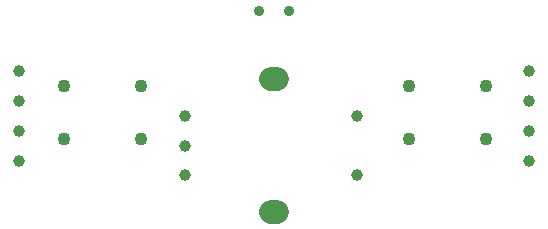
<source format=gbr>
%TF.GenerationSoftware,KiCad,Pcbnew,(5.0.2-5)-5*%
%TF.CreationDate,2019-10-01T20:52:05+03:00*%
%TF.ProjectId,nav_panel,6e61765f-7061-46e6-956c-2e6b69636164,rev?*%
%TF.SameCoordinates,Original*%
%TF.FileFunction,Plated,1,2,PTH,Mixed*%
%TF.FilePolarity,Positive*%
%FSLAX46Y46*%
G04 Gerber Fmt 4.6, Leading zero omitted, Abs format (unit mm)*
G04 Created by KiCad (PCBNEW (5.0.2-5)-5) date 2019 October 01, Tuesday 20:52:05*
%MOMM*%
%LPD*%
G01*
G04 APERTURE LIST*
%TA.AperFunction,ComponentDrill*%
%ADD10C,0.900000*%
%TD*%
%TA.AperFunction,ComponentDrill*%
%ADD11C,1.000000*%
%TD*%
%TA.AperFunction,ComponentDrill*%
%ADD12C,1.100000*%
%TD*%
%TA.AperFunction,Slot*%
%ADD13C,2.000000*%
%TD*%
G04 APERTURE END LIST*
D10*
%TO.C,D1*%
X147320000Y-81280000D03*
X149860000Y-81280000D03*
D11*
%TO.C,J1*%
X127000000Y-86360000D03*
X127000000Y-88900000D03*
X127000000Y-91440000D03*
X127000000Y-93980000D03*
%TO.C,RE1*%
X141097000Y-90170000D03*
X141097000Y-92670000D03*
X141097000Y-95170000D03*
X155597000Y-90170000D03*
X155597000Y-95170000D03*
%TO.C,J2*%
X170180000Y-86360000D03*
X170180000Y-88900000D03*
X170180000Y-91440000D03*
X170180000Y-93980000D03*
D12*
%TO.C,SW1*%
X130810000Y-87630000D03*
X130810000Y-92130000D03*
X137310000Y-87630000D03*
X137310000Y-92130000D03*
%TO.C,SW2*%
X160020000Y-87630000D03*
X160020000Y-92130000D03*
X166520000Y-87630000D03*
X166520000Y-92130000D03*
D13*
%TO.C,RE1*%
X148847000Y-87070000D02*
X148347000Y-87070000D01*
X148847000Y-98270000D02*
X148347000Y-98270000D01*
M02*

</source>
